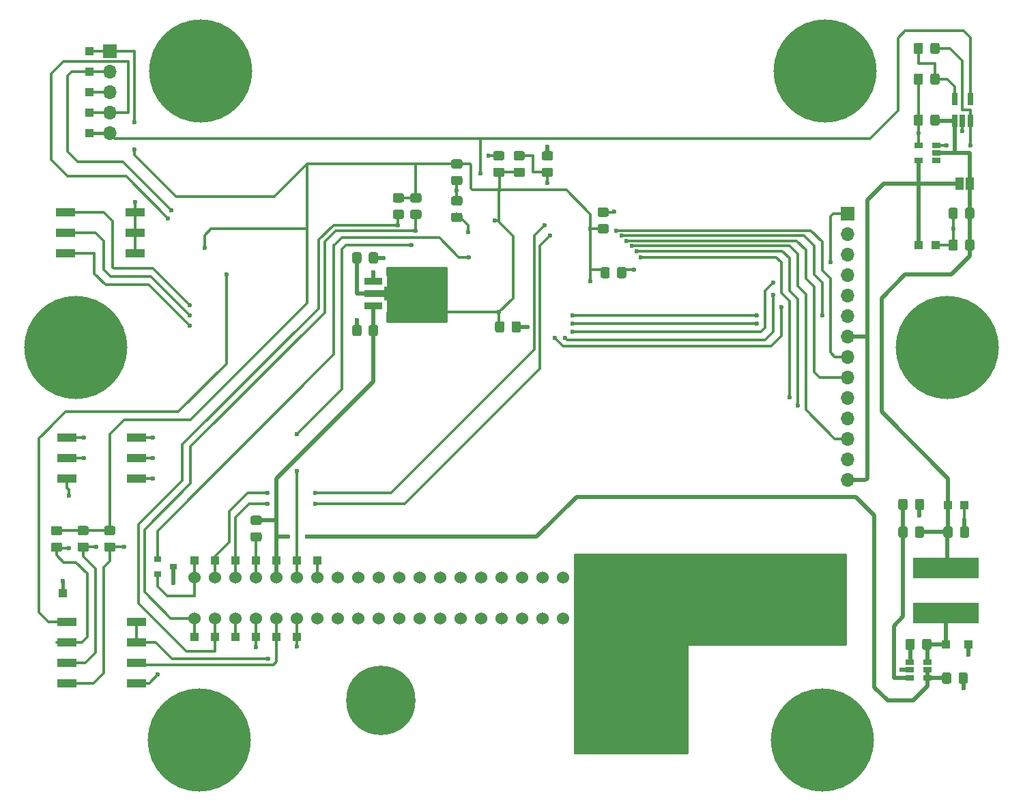
<source format=gbr>
G04 #@! TF.GenerationSoftware,KiCad,Pcbnew,5.1.6-c6e7f7d~86~ubuntu18.04.1*
G04 #@! TF.CreationDate,2020-07-20T00:11:47+01:00*
G04 #@! TF.ProjectId,ServerPSU_Breakout,53657276-6572-4505-9355-5f427265616b,rev?*
G04 #@! TF.SameCoordinates,Original*
G04 #@! TF.FileFunction,Copper,L1,Top*
G04 #@! TF.FilePolarity,Positive*
%FSLAX46Y46*%
G04 Gerber Fmt 4.6, Leading zero omitted, Abs format (unit mm)*
G04 Created by KiCad (PCBNEW 5.1.6-c6e7f7d~86~ubuntu18.04.1) date 2020-07-20 00:11:47*
%MOMM*%
%LPD*%
G01*
G04 APERTURE LIST*
G04 #@! TA.AperFunction,ComponentPad*
%ADD10O,1.700000X1.700000*%
G04 #@! TD*
G04 #@! TA.AperFunction,ComponentPad*
%ADD11R,1.700000X1.700000*%
G04 #@! TD*
G04 #@! TA.AperFunction,ComponentPad*
%ADD12C,12.800000*%
G04 #@! TD*
G04 #@! TA.AperFunction,ComponentPad*
%ADD13C,0.900000*%
G04 #@! TD*
G04 #@! TA.AperFunction,SMDPad,CuDef*
%ADD14R,1.000000X1.000000*%
G04 #@! TD*
G04 #@! TA.AperFunction,SMDPad,CuDef*
%ADD15R,2.440000X1.120000*%
G04 #@! TD*
G04 #@! TA.AperFunction,ComponentPad*
%ADD16C,8.600000*%
G04 #@! TD*
G04 #@! TA.AperFunction,SMDPad,CuDef*
%ADD17R,1.060000X0.650000*%
G04 #@! TD*
G04 #@! TA.AperFunction,SMDPad,CuDef*
%ADD18R,8.200000X2.600000*%
G04 #@! TD*
G04 #@! TA.AperFunction,SMDPad,CuDef*
%ADD19R,1.100000X1.100000*%
G04 #@! TD*
G04 #@! TA.AperFunction,SMDPad,CuDef*
%ADD20R,1.000000X1.500000*%
G04 #@! TD*
G04 #@! TA.AperFunction,SMDPad,CuDef*
%ADD21C,0.100000*%
G04 #@! TD*
G04 #@! TA.AperFunction,SMDPad,CuDef*
%ADD22R,2.300000X0.900000*%
G04 #@! TD*
G04 #@! TA.AperFunction,SMDPad,CuDef*
%ADD23R,0.650000X1.560000*%
G04 #@! TD*
G04 #@! TA.AperFunction,SMDPad,CuDef*
%ADD24R,0.900000X0.800000*%
G04 #@! TD*
G04 #@! TA.AperFunction,ComponentPad*
%ADD25C,1.524000*%
G04 #@! TD*
G04 #@! TA.AperFunction,ViaPad*
%ADD26C,0.600000*%
G04 #@! TD*
G04 #@! TA.AperFunction,Conductor*
%ADD27C,0.300000*%
G04 #@! TD*
G04 #@! TA.AperFunction,Conductor*
%ADD28C,0.500000*%
G04 #@! TD*
G04 #@! TA.AperFunction,Conductor*
%ADD29C,0.400000*%
G04 #@! TD*
G04 #@! TA.AperFunction,Conductor*
%ADD30C,0.254000*%
G04 #@! TD*
G04 APERTURE END LIST*
D10*
X203276200Y-84886800D03*
X203276200Y-102666800D03*
X203276200Y-82346800D03*
X203276200Y-74726800D03*
X203276200Y-97586800D03*
X203276200Y-92506800D03*
X203276200Y-87426800D03*
D11*
X203276200Y-69646800D03*
D10*
X203276200Y-100126800D03*
X203276200Y-72186800D03*
X203276200Y-79806800D03*
X203276200Y-89966800D03*
X203276200Y-95046800D03*
X203276200Y-77266800D03*
D12*
X215646000Y-86233000D03*
D13*
X220446000Y-86233000D03*
X219040113Y-89627113D03*
X215646000Y-91033000D03*
X212251887Y-89627113D03*
X210846000Y-86233000D03*
X212251887Y-82838887D03*
X215646000Y-81433000D03*
X219040113Y-82838887D03*
D12*
X107569000Y-86233000D03*
D13*
X112369000Y-86233000D03*
X110963113Y-89627113D03*
X107569000Y-91033000D03*
X104174887Y-89627113D03*
X102769000Y-86233000D03*
X104174887Y-82838887D03*
X107569000Y-81433000D03*
X110963113Y-82838887D03*
D12*
X122872500Y-134937500D03*
D13*
X127672500Y-134937500D03*
X126266613Y-138331613D03*
X122872500Y-139737500D03*
X119478387Y-138331613D03*
X118072500Y-134937500D03*
X119478387Y-131543387D03*
X122872500Y-130137500D03*
X126266613Y-131543387D03*
D12*
X200152000Y-134937500D03*
D13*
X204952000Y-134937500D03*
X203546113Y-138331613D03*
X200152000Y-139737500D03*
X196757887Y-138331613D03*
X195352000Y-134937500D03*
X196757887Y-131543387D03*
X200152000Y-130137500D03*
X203546113Y-131543387D03*
D12*
X200469500Y-51943000D03*
D13*
X205269500Y-51943000D03*
X203863613Y-55337113D03*
X200469500Y-56743000D03*
X197075387Y-55337113D03*
X195669500Y-51943000D03*
X197075387Y-48548887D03*
X200469500Y-47143000D03*
X203863613Y-48548887D03*
X126457113Y-48548887D03*
X123063000Y-47143000D03*
X119668887Y-48548887D03*
X118263000Y-51943000D03*
X119668887Y-55337113D03*
X123063000Y-56743000D03*
X126457113Y-55337113D03*
X127863000Y-51943000D03*
D12*
X123063000Y-51943000D03*
D14*
X105918000Y-116713000D03*
D15*
X115049000Y-97409000D03*
X106439000Y-102489000D03*
X115049000Y-99949000D03*
X106439000Y-99949000D03*
X115049000Y-102489000D03*
X106439000Y-97409000D03*
X114922000Y-69469000D03*
X106312000Y-74549000D03*
X114922000Y-72009000D03*
X106312000Y-72009000D03*
X114922000Y-74549000D03*
X106312000Y-69469000D03*
X106439000Y-127889000D03*
X115049000Y-120269000D03*
X106439000Y-125349000D03*
X115049000Y-122809000D03*
X106439000Y-122809000D03*
X115049000Y-125349000D03*
X106439000Y-120269000D03*
X115049000Y-127889000D03*
D14*
X109220000Y-57150000D03*
X109220000Y-52070000D03*
X129921000Y-112649000D03*
X127381000Y-112649000D03*
X124841000Y-112649000D03*
X122301000Y-112649000D03*
X135001000Y-112649000D03*
X127381000Y-122110500D03*
X122301000Y-122110500D03*
X124841000Y-122110500D03*
X129921000Y-122110500D03*
X132461000Y-122110500D03*
X135001000Y-122110500D03*
X109220000Y-59690000D03*
X214249000Y-73533000D03*
X212090000Y-73533000D03*
X217805000Y-105791000D03*
X215773000Y-105791000D03*
X132461000Y-112649000D03*
X137541000Y-112649000D03*
G04 #@! TA.AperFunction,SMDPad,CuDef*
G36*
G01*
X130371001Y-108262000D02*
X129470999Y-108262000D01*
G75*
G02*
X129221000Y-108012001I0J249999D01*
G01*
X129221000Y-107361999D01*
G75*
G02*
X129470999Y-107112000I249999J0D01*
G01*
X130371001Y-107112000D01*
G75*
G02*
X130621000Y-107361999I0J-249999D01*
G01*
X130621000Y-108012001D01*
G75*
G02*
X130371001Y-108262000I-249999J0D01*
G01*
G37*
G04 #@! TD.AperFunction*
G04 #@! TA.AperFunction,SMDPad,CuDef*
G36*
G01*
X130371001Y-110312000D02*
X129470999Y-110312000D01*
G75*
G02*
X129221000Y-110062001I0J249999D01*
G01*
X129221000Y-109411999D01*
G75*
G02*
X129470999Y-109162000I249999J0D01*
G01*
X130371001Y-109162000D01*
G75*
G02*
X130621000Y-109411999I0J-249999D01*
G01*
X130621000Y-110062001D01*
G75*
G02*
X130371001Y-110312000I-249999J0D01*
G01*
G37*
G04 #@! TD.AperFunction*
X109220000Y-54610000D03*
X109220000Y-49530000D03*
D13*
X147695419Y-127767581D03*
X145415000Y-126823000D03*
X143134581Y-127767581D03*
X142190000Y-130048000D03*
X143134581Y-132328419D03*
X145415000Y-133273000D03*
X147695419Y-132328419D03*
X148640000Y-130048000D03*
D16*
X145415000Y-130048000D03*
D13*
X178937419Y-127767581D03*
X176657000Y-126823000D03*
X174376581Y-127767581D03*
X173432000Y-130048000D03*
X174376581Y-132328419D03*
X176657000Y-133273000D03*
X178937419Y-132328419D03*
X179882000Y-130048000D03*
D16*
X176657000Y-130048000D03*
D17*
X213240800Y-126238000D03*
X213240800Y-125288000D03*
X213240800Y-127188000D03*
X211040800Y-127188000D03*
X211040800Y-126238000D03*
X211040800Y-125288000D03*
G04 #@! TA.AperFunction,SMDPad,CuDef*
G36*
G01*
X210751000Y-105264799D02*
X210751000Y-106164801D01*
G75*
G02*
X210501001Y-106414800I-249999J0D01*
G01*
X209850999Y-106414800D01*
G75*
G02*
X209601000Y-106164801I0J249999D01*
G01*
X209601000Y-105264799D01*
G75*
G02*
X209850999Y-105014800I249999J0D01*
G01*
X210501001Y-105014800D01*
G75*
G02*
X210751000Y-105264799I0J-249999D01*
G01*
G37*
G04 #@! TD.AperFunction*
G04 #@! TA.AperFunction,SMDPad,CuDef*
G36*
G01*
X212801000Y-105264799D02*
X212801000Y-106164801D01*
G75*
G02*
X212551001Y-106414800I-249999J0D01*
G01*
X211900999Y-106414800D01*
G75*
G02*
X211651000Y-106164801I0J249999D01*
G01*
X211651000Y-105264799D01*
G75*
G02*
X211900999Y-105014800I249999J0D01*
G01*
X212551001Y-105014800D01*
G75*
G02*
X212801000Y-105264799I0J-249999D01*
G01*
G37*
G04 #@! TD.AperFunction*
G04 #@! TA.AperFunction,SMDPad,CuDef*
G36*
G01*
X211651000Y-109593801D02*
X211651000Y-108693799D01*
G75*
G02*
X211900999Y-108443800I249999J0D01*
G01*
X212551001Y-108443800D01*
G75*
G02*
X212801000Y-108693799I0J-249999D01*
G01*
X212801000Y-109593801D01*
G75*
G02*
X212551001Y-109843800I-249999J0D01*
G01*
X211900999Y-109843800D01*
G75*
G02*
X211651000Y-109593801I0J249999D01*
G01*
G37*
G04 #@! TD.AperFunction*
G04 #@! TA.AperFunction,SMDPad,CuDef*
G36*
G01*
X209601000Y-109593801D02*
X209601000Y-108693799D01*
G75*
G02*
X209850999Y-108443800I249999J0D01*
G01*
X210501001Y-108443800D01*
G75*
G02*
X210751000Y-108693799I0J-249999D01*
G01*
X210751000Y-109593801D01*
G75*
G02*
X210501001Y-109843800I-249999J0D01*
G01*
X209850999Y-109843800D01*
G75*
G02*
X209601000Y-109593801I0J249999D01*
G01*
G37*
G04 #@! TD.AperFunction*
G04 #@! TA.AperFunction,SMDPad,CuDef*
G36*
G01*
X104705999Y-110441000D02*
X105606001Y-110441000D01*
G75*
G02*
X105856000Y-110690999I0J-249999D01*
G01*
X105856000Y-111341001D01*
G75*
G02*
X105606001Y-111591000I-249999J0D01*
G01*
X104705999Y-111591000D01*
G75*
G02*
X104456000Y-111341001I0J249999D01*
G01*
X104456000Y-110690999D01*
G75*
G02*
X104705999Y-110441000I249999J0D01*
G01*
G37*
G04 #@! TD.AperFunction*
G04 #@! TA.AperFunction,SMDPad,CuDef*
G36*
G01*
X104705999Y-108391000D02*
X105606001Y-108391000D01*
G75*
G02*
X105856000Y-108640999I0J-249999D01*
G01*
X105856000Y-109291001D01*
G75*
G02*
X105606001Y-109541000I-249999J0D01*
G01*
X104705999Y-109541000D01*
G75*
G02*
X104456000Y-109291001I0J249999D01*
G01*
X104456000Y-108640999D01*
G75*
G02*
X104705999Y-108391000I249999J0D01*
G01*
G37*
G04 #@! TD.AperFunction*
G04 #@! TA.AperFunction,SMDPad,CuDef*
G36*
G01*
X108007999Y-110432000D02*
X108908001Y-110432000D01*
G75*
G02*
X109158000Y-110681999I0J-249999D01*
G01*
X109158000Y-111332001D01*
G75*
G02*
X108908001Y-111582000I-249999J0D01*
G01*
X108007999Y-111582000D01*
G75*
G02*
X107758000Y-111332001I0J249999D01*
G01*
X107758000Y-110681999D01*
G75*
G02*
X108007999Y-110432000I249999J0D01*
G01*
G37*
G04 #@! TD.AperFunction*
G04 #@! TA.AperFunction,SMDPad,CuDef*
G36*
G01*
X108007999Y-108382000D02*
X108908001Y-108382000D01*
G75*
G02*
X109158000Y-108631999I0J-249999D01*
G01*
X109158000Y-109282001D01*
G75*
G02*
X108908001Y-109532000I-249999J0D01*
G01*
X108007999Y-109532000D01*
G75*
G02*
X107758000Y-109282001I0J249999D01*
G01*
X107758000Y-108631999D01*
G75*
G02*
X108007999Y-108382000I249999J0D01*
G01*
G37*
G04 #@! TD.AperFunction*
G04 #@! TA.AperFunction,SMDPad,CuDef*
G36*
G01*
X111309999Y-110432000D02*
X112210001Y-110432000D01*
G75*
G02*
X112460000Y-110681999I0J-249999D01*
G01*
X112460000Y-111332001D01*
G75*
G02*
X112210001Y-111582000I-249999J0D01*
G01*
X111309999Y-111582000D01*
G75*
G02*
X111060000Y-111332001I0J249999D01*
G01*
X111060000Y-110681999D01*
G75*
G02*
X111309999Y-110432000I249999J0D01*
G01*
G37*
G04 #@! TD.AperFunction*
G04 #@! TA.AperFunction,SMDPad,CuDef*
G36*
G01*
X111309999Y-108382000D02*
X112210001Y-108382000D01*
G75*
G02*
X112460000Y-108631999I0J-249999D01*
G01*
X112460000Y-109282001D01*
G75*
G02*
X112210001Y-109532000I-249999J0D01*
G01*
X111309999Y-109532000D01*
G75*
G02*
X111060000Y-109282001I0J249999D01*
G01*
X111060000Y-108631999D01*
G75*
G02*
X111309999Y-108382000I249999J0D01*
G01*
G37*
G04 #@! TD.AperFunction*
D18*
X215519000Y-113582800D03*
X215519000Y-119182800D03*
D10*
X111760000Y-59690000D03*
X111760000Y-57150000D03*
X111760000Y-54610000D03*
X111760000Y-52070000D03*
D11*
X111760000Y-49530000D03*
D19*
X218316000Y-123113800D03*
X215516000Y-123113800D03*
G04 #@! TA.AperFunction,SMDPad,CuDef*
G36*
G01*
X216339000Y-108693799D02*
X216339000Y-109593801D01*
G75*
G02*
X216089001Y-109843800I-249999J0D01*
G01*
X215438999Y-109843800D01*
G75*
G02*
X215189000Y-109593801I0J249999D01*
G01*
X215189000Y-108693799D01*
G75*
G02*
X215438999Y-108443800I249999J0D01*
G01*
X216089001Y-108443800D01*
G75*
G02*
X216339000Y-108693799I0J-249999D01*
G01*
G37*
G04 #@! TD.AperFunction*
G04 #@! TA.AperFunction,SMDPad,CuDef*
G36*
G01*
X218389000Y-108693799D02*
X218389000Y-109593801D01*
G75*
G02*
X218139001Y-109843800I-249999J0D01*
G01*
X217488999Y-109843800D01*
G75*
G02*
X217239000Y-109593801I0J249999D01*
G01*
X217239000Y-108693799D01*
G75*
G02*
X217488999Y-108443800I249999J0D01*
G01*
X218139001Y-108443800D01*
G75*
G02*
X218389000Y-108693799I0J-249999D01*
G01*
G37*
G04 #@! TD.AperFunction*
G04 #@! TA.AperFunction,SMDPad,CuDef*
G36*
G01*
X211640000Y-122612999D02*
X211640000Y-123513001D01*
G75*
G02*
X211390001Y-123763000I-249999J0D01*
G01*
X210739999Y-123763000D01*
G75*
G02*
X210490000Y-123513001I0J249999D01*
G01*
X210490000Y-122612999D01*
G75*
G02*
X210739999Y-122363000I249999J0D01*
G01*
X211390001Y-122363000D01*
G75*
G02*
X211640000Y-122612999I0J-249999D01*
G01*
G37*
G04 #@! TD.AperFunction*
G04 #@! TA.AperFunction,SMDPad,CuDef*
G36*
G01*
X213690000Y-122612999D02*
X213690000Y-123513001D01*
G75*
G02*
X213440001Y-123763000I-249999J0D01*
G01*
X212789999Y-123763000D01*
G75*
G02*
X212540000Y-123513001I0J249999D01*
G01*
X212540000Y-122612999D01*
G75*
G02*
X212789999Y-122363000I249999J0D01*
G01*
X213440001Y-122363000D01*
G75*
G02*
X213690000Y-122612999I0J-249999D01*
G01*
G37*
G04 #@! TD.AperFunction*
G04 #@! TA.AperFunction,SMDPad,CuDef*
G36*
G01*
X217061200Y-127704001D02*
X217061200Y-126803999D01*
G75*
G02*
X217311199Y-126554000I249999J0D01*
G01*
X217961201Y-126554000D01*
G75*
G02*
X218211200Y-126803999I0J-249999D01*
G01*
X218211200Y-127704001D01*
G75*
G02*
X217961201Y-127954000I-249999J0D01*
G01*
X217311199Y-127954000D01*
G75*
G02*
X217061200Y-127704001I0J249999D01*
G01*
G37*
G04 #@! TD.AperFunction*
G04 #@! TA.AperFunction,SMDPad,CuDef*
G36*
G01*
X215011200Y-127704001D02*
X215011200Y-126803999D01*
G75*
G02*
X215261199Y-126554000I249999J0D01*
G01*
X215911201Y-126554000D01*
G75*
G02*
X216161200Y-126803999I0J-249999D01*
G01*
X216161200Y-127704001D01*
G75*
G02*
X215911201Y-127954000I-249999J0D01*
G01*
X215261199Y-127954000D01*
G75*
G02*
X215011200Y-127704001I0J249999D01*
G01*
G37*
G04 #@! TD.AperFunction*
D20*
X218455000Y-65913000D03*
X217155000Y-65913000D03*
G04 #@! TA.AperFunction,SMDPad,CuDef*
D21*
G36*
X149921500Y-80432000D02*
G01*
X145796500Y-80432000D01*
X145796500Y-80015500D01*
X143321500Y-80015500D01*
X143321500Y-79115500D01*
X145796500Y-79115500D01*
X145796500Y-78699000D01*
X149921500Y-78699000D01*
X149921500Y-80432000D01*
G37*
G04 #@! TD.AperFunction*
D22*
X144471500Y-81065500D03*
X144471500Y-78065500D03*
D17*
X212133000Y-63053000D03*
X212133000Y-61153000D03*
X214333000Y-61153000D03*
X214333000Y-62103000D03*
X214333000Y-63053000D03*
D23*
X216601000Y-55419000D03*
X218501000Y-55419000D03*
X218501000Y-58119000D03*
X217551000Y-58119000D03*
X216601000Y-58119000D03*
G04 #@! TA.AperFunction,SMDPad,CuDef*
G36*
G01*
X213556000Y-49599001D02*
X213556000Y-48698999D01*
G75*
G02*
X213805999Y-48449000I249999J0D01*
G01*
X214456001Y-48449000D01*
G75*
G02*
X214706000Y-48698999I0J-249999D01*
G01*
X214706000Y-49599001D01*
G75*
G02*
X214456001Y-49849000I-249999J0D01*
G01*
X213805999Y-49849000D01*
G75*
G02*
X213556000Y-49599001I0J249999D01*
G01*
G37*
G04 #@! TD.AperFunction*
G04 #@! TA.AperFunction,SMDPad,CuDef*
G36*
G01*
X211506000Y-49599001D02*
X211506000Y-48698999D01*
G75*
G02*
X211755999Y-48449000I249999J0D01*
G01*
X212406001Y-48449000D01*
G75*
G02*
X212656000Y-48698999I0J-249999D01*
G01*
X212656000Y-49599001D01*
G75*
G02*
X212406001Y-49849000I-249999J0D01*
G01*
X211755999Y-49849000D01*
G75*
G02*
X211506000Y-49599001I0J249999D01*
G01*
G37*
G04 #@! TD.AperFunction*
G04 #@! TA.AperFunction,SMDPad,CuDef*
G36*
G01*
X216974000Y-69145999D02*
X216974000Y-70046001D01*
G75*
G02*
X216724001Y-70296000I-249999J0D01*
G01*
X216073999Y-70296000D01*
G75*
G02*
X215824000Y-70046001I0J249999D01*
G01*
X215824000Y-69145999D01*
G75*
G02*
X216073999Y-68896000I249999J0D01*
G01*
X216724001Y-68896000D01*
G75*
G02*
X216974000Y-69145999I0J-249999D01*
G01*
G37*
G04 #@! TD.AperFunction*
G04 #@! TA.AperFunction,SMDPad,CuDef*
G36*
G01*
X219024000Y-69145999D02*
X219024000Y-70046001D01*
G75*
G02*
X218774001Y-70296000I-249999J0D01*
G01*
X218123999Y-70296000D01*
G75*
G02*
X217874000Y-70046001I0J249999D01*
G01*
X217874000Y-69145999D01*
G75*
G02*
X218123999Y-68896000I249999J0D01*
G01*
X218774001Y-68896000D01*
G75*
G02*
X219024000Y-69145999I0J-249999D01*
G01*
G37*
G04 #@! TD.AperFunction*
G04 #@! TA.AperFunction,SMDPad,CuDef*
G36*
G01*
X217874000Y-73983001D02*
X217874000Y-73082999D01*
G75*
G02*
X218123999Y-72833000I249999J0D01*
G01*
X218774001Y-72833000D01*
G75*
G02*
X219024000Y-73082999I0J-249999D01*
G01*
X219024000Y-73983001D01*
G75*
G02*
X218774001Y-74233000I-249999J0D01*
G01*
X218123999Y-74233000D01*
G75*
G02*
X217874000Y-73983001I0J249999D01*
G01*
G37*
G04 #@! TD.AperFunction*
G04 #@! TA.AperFunction,SMDPad,CuDef*
G36*
G01*
X215824000Y-73983001D02*
X215824000Y-73082999D01*
G75*
G02*
X216073999Y-72833000I249999J0D01*
G01*
X216724001Y-72833000D01*
G75*
G02*
X216974000Y-73082999I0J-249999D01*
G01*
X216974000Y-73983001D01*
G75*
G02*
X216724001Y-74233000I-249999J0D01*
G01*
X216073999Y-74233000D01*
G75*
G02*
X215824000Y-73983001I0J249999D01*
G01*
G37*
G04 #@! TD.AperFunction*
G04 #@! TA.AperFunction,SMDPad,CuDef*
G36*
G01*
X212656000Y-57588999D02*
X212656000Y-58489001D01*
G75*
G02*
X212406001Y-58739000I-249999J0D01*
G01*
X211755999Y-58739000D01*
G75*
G02*
X211506000Y-58489001I0J249999D01*
G01*
X211506000Y-57588999D01*
G75*
G02*
X211755999Y-57339000I249999J0D01*
G01*
X212406001Y-57339000D01*
G75*
G02*
X212656000Y-57588999I0J-249999D01*
G01*
G37*
G04 #@! TD.AperFunction*
G04 #@! TA.AperFunction,SMDPad,CuDef*
G36*
G01*
X214706000Y-57588999D02*
X214706000Y-58489001D01*
G75*
G02*
X214456001Y-58739000I-249999J0D01*
G01*
X213805999Y-58739000D01*
G75*
G02*
X213556000Y-58489001I0J249999D01*
G01*
X213556000Y-57588999D01*
G75*
G02*
X213805999Y-57339000I249999J0D01*
G01*
X214456001Y-57339000D01*
G75*
G02*
X214706000Y-57588999I0J-249999D01*
G01*
G37*
G04 #@! TD.AperFunction*
G04 #@! TA.AperFunction,SMDPad,CuDef*
G36*
G01*
X143896500Y-75570501D02*
X143896500Y-74670499D01*
G75*
G02*
X144146499Y-74420500I249999J0D01*
G01*
X144796501Y-74420500D01*
G75*
G02*
X145046500Y-74670499I0J-249999D01*
G01*
X145046500Y-75570501D01*
G75*
G02*
X144796501Y-75820500I-249999J0D01*
G01*
X144146499Y-75820500D01*
G75*
G02*
X143896500Y-75570501I0J249999D01*
G01*
G37*
G04 #@! TD.AperFunction*
G04 #@! TA.AperFunction,SMDPad,CuDef*
G36*
G01*
X141846500Y-75570501D02*
X141846500Y-74670499D01*
G75*
G02*
X142096499Y-74420500I249999J0D01*
G01*
X142746501Y-74420500D01*
G75*
G02*
X142996500Y-74670499I0J-249999D01*
G01*
X142996500Y-75570501D01*
G75*
G02*
X142746501Y-75820500I-249999J0D01*
G01*
X142096499Y-75820500D01*
G75*
G02*
X141846500Y-75570501I0J249999D01*
G01*
G37*
G04 #@! TD.AperFunction*
G04 #@! TA.AperFunction,SMDPad,CuDef*
G36*
G01*
X142996500Y-83687499D02*
X142996500Y-84587501D01*
G75*
G02*
X142746501Y-84837500I-249999J0D01*
G01*
X142096499Y-84837500D01*
G75*
G02*
X141846500Y-84587501I0J249999D01*
G01*
X141846500Y-83687499D01*
G75*
G02*
X142096499Y-83437500I249999J0D01*
G01*
X142746501Y-83437500D01*
G75*
G02*
X142996500Y-83687499I0J-249999D01*
G01*
G37*
G04 #@! TD.AperFunction*
G04 #@! TA.AperFunction,SMDPad,CuDef*
G36*
G01*
X145046500Y-83687499D02*
X145046500Y-84587501D01*
G75*
G02*
X144796501Y-84837500I-249999J0D01*
G01*
X144146499Y-84837500D01*
G75*
G02*
X143896500Y-84587501I0J249999D01*
G01*
X143896500Y-83687499D01*
G75*
G02*
X144146499Y-83437500I249999J0D01*
G01*
X144796501Y-83437500D01*
G75*
G02*
X145046500Y-83687499I0J-249999D01*
G01*
G37*
G04 #@! TD.AperFunction*
G04 #@! TA.AperFunction,SMDPad,CuDef*
G36*
G01*
X213556000Y-53409001D02*
X213556000Y-52508999D01*
G75*
G02*
X213805999Y-52259000I249999J0D01*
G01*
X214456001Y-52259000D01*
G75*
G02*
X214706000Y-52508999I0J-249999D01*
G01*
X214706000Y-53409001D01*
G75*
G02*
X214456001Y-53659000I-249999J0D01*
G01*
X213805999Y-53659000D01*
G75*
G02*
X213556000Y-53409001I0J249999D01*
G01*
G37*
G04 #@! TD.AperFunction*
G04 #@! TA.AperFunction,SMDPad,CuDef*
G36*
G01*
X211506000Y-53409001D02*
X211506000Y-52508999D01*
G75*
G02*
X211755999Y-52259000I249999J0D01*
G01*
X212406001Y-52259000D01*
G75*
G02*
X212656000Y-52508999I0J-249999D01*
G01*
X212656000Y-53409001D01*
G75*
G02*
X212406001Y-53659000I-249999J0D01*
G01*
X211755999Y-53659000D01*
G75*
G02*
X211506000Y-53409001I0J249999D01*
G01*
G37*
G04 #@! TD.AperFunction*
G04 #@! TA.AperFunction,SMDPad,CuDef*
G36*
G01*
X173794000Y-76511999D02*
X173794000Y-77412001D01*
G75*
G02*
X173544001Y-77662000I-249999J0D01*
G01*
X172893999Y-77662000D01*
G75*
G02*
X172644000Y-77412001I0J249999D01*
G01*
X172644000Y-76511999D01*
G75*
G02*
X172893999Y-76262000I249999J0D01*
G01*
X173544001Y-76262000D01*
G75*
G02*
X173794000Y-76511999I0J-249999D01*
G01*
G37*
G04 #@! TD.AperFunction*
G04 #@! TA.AperFunction,SMDPad,CuDef*
G36*
G01*
X175844000Y-76511999D02*
X175844000Y-77412001D01*
G75*
G02*
X175594001Y-77662000I-249999J0D01*
G01*
X174943999Y-77662000D01*
G75*
G02*
X174694000Y-77412001I0J249999D01*
G01*
X174694000Y-76511999D01*
G75*
G02*
X174943999Y-76262000I249999J0D01*
G01*
X175594001Y-76262000D01*
G75*
G02*
X175844000Y-76511999I0J-249999D01*
G01*
G37*
G04 #@! TD.AperFunction*
D24*
X119681500Y-113411000D03*
X117681500Y-114361000D03*
X117681500Y-112461000D03*
G04 #@! TA.AperFunction,SMDPad,CuDef*
G36*
G01*
X155263001Y-68638000D02*
X154362999Y-68638000D01*
G75*
G02*
X154113000Y-68388001I0J249999D01*
G01*
X154113000Y-67737999D01*
G75*
G02*
X154362999Y-67488000I249999J0D01*
G01*
X155263001Y-67488000D01*
G75*
G02*
X155513000Y-67737999I0J-249999D01*
G01*
X155513000Y-68388001D01*
G75*
G02*
X155263001Y-68638000I-249999J0D01*
G01*
G37*
G04 #@! TD.AperFunction*
G04 #@! TA.AperFunction,SMDPad,CuDef*
G36*
G01*
X155263001Y-70688000D02*
X154362999Y-70688000D01*
G75*
G02*
X154113000Y-70438001I0J249999D01*
G01*
X154113000Y-69787999D01*
G75*
G02*
X154362999Y-69538000I249999J0D01*
G01*
X155263001Y-69538000D01*
G75*
G02*
X155513000Y-69787999I0J-249999D01*
G01*
X155513000Y-70438001D01*
G75*
G02*
X155263001Y-70688000I-249999J0D01*
G01*
G37*
G04 #@! TD.AperFunction*
G04 #@! TA.AperFunction,SMDPad,CuDef*
G36*
G01*
X147123999Y-69157000D02*
X148024001Y-69157000D01*
G75*
G02*
X148274000Y-69406999I0J-249999D01*
G01*
X148274000Y-70057001D01*
G75*
G02*
X148024001Y-70307000I-249999J0D01*
G01*
X147123999Y-70307000D01*
G75*
G02*
X146874000Y-70057001I0J249999D01*
G01*
X146874000Y-69406999D01*
G75*
G02*
X147123999Y-69157000I249999J0D01*
G01*
G37*
G04 #@! TD.AperFunction*
G04 #@! TA.AperFunction,SMDPad,CuDef*
G36*
G01*
X147123999Y-67107000D02*
X148024001Y-67107000D01*
G75*
G02*
X148274000Y-67356999I0J-249999D01*
G01*
X148274000Y-68007001D01*
G75*
G02*
X148024001Y-68257000I-249999J0D01*
G01*
X147123999Y-68257000D01*
G75*
G02*
X146874000Y-68007001I0J249999D01*
G01*
X146874000Y-67356999D01*
G75*
G02*
X147123999Y-67107000I249999J0D01*
G01*
G37*
G04 #@! TD.AperFunction*
G04 #@! TA.AperFunction,SMDPad,CuDef*
G36*
G01*
X149282999Y-69157000D02*
X150183001Y-69157000D01*
G75*
G02*
X150433000Y-69406999I0J-249999D01*
G01*
X150433000Y-70057001D01*
G75*
G02*
X150183001Y-70307000I-249999J0D01*
G01*
X149282999Y-70307000D01*
G75*
G02*
X149033000Y-70057001I0J249999D01*
G01*
X149033000Y-69406999D01*
G75*
G02*
X149282999Y-69157000I249999J0D01*
G01*
G37*
G04 #@! TD.AperFunction*
G04 #@! TA.AperFunction,SMDPad,CuDef*
G36*
G01*
X149282999Y-67107000D02*
X150183001Y-67107000D01*
G75*
G02*
X150433000Y-67356999I0J-249999D01*
G01*
X150433000Y-68007001D01*
G75*
G02*
X150183001Y-68257000I-249999J0D01*
G01*
X149282999Y-68257000D01*
G75*
G02*
X149033000Y-68007001I0J249999D01*
G01*
X149033000Y-67356999D01*
G75*
G02*
X149282999Y-67107000I249999J0D01*
G01*
G37*
G04 #@! TD.AperFunction*
G04 #@! TA.AperFunction,SMDPad,CuDef*
G36*
G01*
X163010001Y-63050000D02*
X162109999Y-63050000D01*
G75*
G02*
X161860000Y-62800001I0J249999D01*
G01*
X161860000Y-62149999D01*
G75*
G02*
X162109999Y-61900000I249999J0D01*
G01*
X163010001Y-61900000D01*
G75*
G02*
X163260000Y-62149999I0J-249999D01*
G01*
X163260000Y-62800001D01*
G75*
G02*
X163010001Y-63050000I-249999J0D01*
G01*
G37*
G04 #@! TD.AperFunction*
G04 #@! TA.AperFunction,SMDPad,CuDef*
G36*
G01*
X163010001Y-65100000D02*
X162109999Y-65100000D01*
G75*
G02*
X161860000Y-64850001I0J249999D01*
G01*
X161860000Y-64199999D01*
G75*
G02*
X162109999Y-63950000I249999J0D01*
G01*
X163010001Y-63950000D01*
G75*
G02*
X163260000Y-64199999I0J-249999D01*
G01*
X163260000Y-64850001D01*
G75*
G02*
X163010001Y-65100000I-249999J0D01*
G01*
G37*
G04 #@! TD.AperFunction*
D25*
X201041000Y-114744500D03*
X198501000Y-114744500D03*
X195961000Y-114744500D03*
X193421000Y-114744500D03*
X190881000Y-114744500D03*
X188341000Y-114744500D03*
X185801000Y-114744500D03*
X183261000Y-114744500D03*
X180721000Y-114744500D03*
X178181000Y-114744500D03*
X175641000Y-114744500D03*
X173101000Y-114744500D03*
X170561000Y-114744500D03*
X168021000Y-114744500D03*
X165481000Y-114744500D03*
X162941000Y-114744500D03*
X160401000Y-114744500D03*
X157861000Y-114744500D03*
X155321000Y-114744500D03*
X152781000Y-114744500D03*
X150241000Y-114744500D03*
X147701000Y-114744500D03*
X145161000Y-114744500D03*
X142621000Y-114744500D03*
X140081000Y-114744500D03*
X137541000Y-114744500D03*
X135001000Y-114744500D03*
X132461000Y-114744500D03*
X129921000Y-114744500D03*
X127381000Y-114744500D03*
X124841000Y-114744500D03*
X122301000Y-114744500D03*
X124841000Y-119824500D03*
X201041000Y-119824500D03*
X198501000Y-119824500D03*
X195961000Y-119824500D03*
X193421000Y-119824500D03*
X190881000Y-119824500D03*
X188341000Y-119824500D03*
X185801000Y-119824500D03*
X183261000Y-119824500D03*
X180721000Y-119824500D03*
X178181000Y-119824500D03*
X175641000Y-119824500D03*
X173101000Y-119824500D03*
X170561000Y-119824500D03*
X168021000Y-119824500D03*
X165481000Y-119824500D03*
X162941000Y-119824500D03*
X160401000Y-119824500D03*
X157861000Y-119824500D03*
X155321000Y-119824500D03*
X152781000Y-119824500D03*
X150241000Y-119824500D03*
X147701000Y-119824500D03*
X145161000Y-119824500D03*
X142621000Y-119824500D03*
X140081000Y-119824500D03*
X137541000Y-119824500D03*
X135001000Y-119824500D03*
X132461000Y-119824500D03*
X129921000Y-119824500D03*
X127381000Y-119824500D03*
X122301000Y-119824500D03*
G04 #@! TA.AperFunction,SMDPad,CuDef*
G36*
G01*
X159569999Y-63950000D02*
X160470001Y-63950000D01*
G75*
G02*
X160720000Y-64199999I0J-249999D01*
G01*
X160720000Y-64850001D01*
G75*
G02*
X160470001Y-65100000I-249999J0D01*
G01*
X159569999Y-65100000D01*
G75*
G02*
X159320000Y-64850001I0J249999D01*
G01*
X159320000Y-64199999D01*
G75*
G02*
X159569999Y-63950000I249999J0D01*
G01*
G37*
G04 #@! TD.AperFunction*
G04 #@! TA.AperFunction,SMDPad,CuDef*
G36*
G01*
X159569999Y-61900000D02*
X160470001Y-61900000D01*
G75*
G02*
X160720000Y-62149999I0J-249999D01*
G01*
X160720000Y-62800001D01*
G75*
G02*
X160470001Y-63050000I-249999J0D01*
G01*
X159569999Y-63050000D01*
G75*
G02*
X159320000Y-62800001I0J249999D01*
G01*
X159320000Y-62149999D01*
G75*
G02*
X159569999Y-61900000I249999J0D01*
G01*
G37*
G04 #@! TD.AperFunction*
G04 #@! TA.AperFunction,SMDPad,CuDef*
G36*
G01*
X160713000Y-83242999D02*
X160713000Y-84143001D01*
G75*
G02*
X160463001Y-84393000I-249999J0D01*
G01*
X159812999Y-84393000D01*
G75*
G02*
X159563000Y-84143001I0J249999D01*
G01*
X159563000Y-83242999D01*
G75*
G02*
X159812999Y-82993000I249999J0D01*
G01*
X160463001Y-82993000D01*
G75*
G02*
X160713000Y-83242999I0J-249999D01*
G01*
G37*
G04 #@! TD.AperFunction*
G04 #@! TA.AperFunction,SMDPad,CuDef*
G36*
G01*
X162763000Y-83242999D02*
X162763000Y-84143001D01*
G75*
G02*
X162513001Y-84393000I-249999J0D01*
G01*
X161862999Y-84393000D01*
G75*
G02*
X161613000Y-84143001I0J249999D01*
G01*
X161613000Y-83242999D01*
G75*
G02*
X161862999Y-82993000I249999J0D01*
G01*
X162513001Y-82993000D01*
G75*
G02*
X162763000Y-83242999I0J-249999D01*
G01*
G37*
G04 #@! TD.AperFunction*
G04 #@! TA.AperFunction,SMDPad,CuDef*
G36*
G01*
X172523999Y-70935000D02*
X173424001Y-70935000D01*
G75*
G02*
X173674000Y-71184999I0J-249999D01*
G01*
X173674000Y-71835001D01*
G75*
G02*
X173424001Y-72085000I-249999J0D01*
G01*
X172523999Y-72085000D01*
G75*
G02*
X172274000Y-71835001I0J249999D01*
G01*
X172274000Y-71184999D01*
G75*
G02*
X172523999Y-70935000I249999J0D01*
G01*
G37*
G04 #@! TD.AperFunction*
G04 #@! TA.AperFunction,SMDPad,CuDef*
G36*
G01*
X172523999Y-68885000D02*
X173424001Y-68885000D01*
G75*
G02*
X173674000Y-69134999I0J-249999D01*
G01*
X173674000Y-69785001D01*
G75*
G02*
X173424001Y-70035000I-249999J0D01*
G01*
X172523999Y-70035000D01*
G75*
G02*
X172274000Y-69785001I0J249999D01*
G01*
X172274000Y-69134999D01*
G75*
G02*
X172523999Y-68885000I249999J0D01*
G01*
G37*
G04 #@! TD.AperFunction*
G04 #@! TA.AperFunction,SMDPad,CuDef*
G36*
G01*
X165615199Y-63950000D02*
X166515201Y-63950000D01*
G75*
G02*
X166765200Y-64199999I0J-249999D01*
G01*
X166765200Y-64850001D01*
G75*
G02*
X166515201Y-65100000I-249999J0D01*
G01*
X165615199Y-65100000D01*
G75*
G02*
X165365200Y-64850001I0J249999D01*
G01*
X165365200Y-64199999D01*
G75*
G02*
X165615199Y-63950000I249999J0D01*
G01*
G37*
G04 #@! TD.AperFunction*
G04 #@! TA.AperFunction,SMDPad,CuDef*
G36*
G01*
X165615199Y-61900000D02*
X166515201Y-61900000D01*
G75*
G02*
X166765200Y-62149999I0J-249999D01*
G01*
X166765200Y-62800001D01*
G75*
G02*
X166515201Y-63050000I-249999J0D01*
G01*
X165615199Y-63050000D01*
G75*
G02*
X165365200Y-62800001I0J249999D01*
G01*
X165365200Y-62149999D01*
G75*
G02*
X165615199Y-61900000I249999J0D01*
G01*
G37*
G04 #@! TD.AperFunction*
G04 #@! TA.AperFunction,SMDPad,CuDef*
G36*
G01*
X154362999Y-64966000D02*
X155263001Y-64966000D01*
G75*
G02*
X155513000Y-65215999I0J-249999D01*
G01*
X155513000Y-65866001D01*
G75*
G02*
X155263001Y-66116000I-249999J0D01*
G01*
X154362999Y-66116000D01*
G75*
G02*
X154113000Y-65866001I0J249999D01*
G01*
X154113000Y-65215999D01*
G75*
G02*
X154362999Y-64966000I249999J0D01*
G01*
G37*
G04 #@! TD.AperFunction*
G04 #@! TA.AperFunction,SMDPad,CuDef*
G36*
G01*
X154362999Y-62916000D02*
X155263001Y-62916000D01*
G75*
G02*
X155513000Y-63165999I0J-249999D01*
G01*
X155513000Y-63816001D01*
G75*
G02*
X155263001Y-64066000I-249999J0D01*
G01*
X154362999Y-64066000D01*
G75*
G02*
X154113000Y-63816001I0J249999D01*
G01*
X154113000Y-63165999D01*
G75*
G02*
X154362999Y-62916000I249999J0D01*
G01*
G37*
G04 #@! TD.AperFunction*
D26*
X149225000Y-78740000D03*
X147955000Y-78740000D03*
X171424600Y-71546720D03*
X160080000Y-81883560D03*
X160080960Y-66690240D03*
X159511994Y-70535800D03*
X171424600Y-78003400D03*
X147955000Y-77470000D03*
X147955000Y-80645000D03*
X147955000Y-81915000D03*
X149225000Y-77470000D03*
X149225000Y-81915000D03*
X149225000Y-80645000D03*
X150495000Y-77470000D03*
X150495000Y-78740000D03*
X150495000Y-80645000D03*
X150495000Y-81915000D03*
X151765000Y-81915000D03*
X151765000Y-80645000D03*
X151765000Y-78740000D03*
X151765000Y-77470000D03*
X123509000Y-73849000D03*
X114808000Y-58293000D03*
X114808000Y-61722000D03*
X166080000Y-65847400D03*
X176784000Y-76581000D03*
X145732500Y-75120500D03*
X217551000Y-59436000D03*
X163576000Y-83693000D03*
X144462500Y-76898500D03*
X142430500Y-82867500D03*
X119681500Y-115427000D03*
X209981800Y-126238000D03*
X154822000Y-66802000D03*
X166065200Y-61341000D03*
X218313000Y-124333000D03*
X217805000Y-107696000D03*
X212090000Y-59690000D03*
X216408000Y-71501000D03*
X217678000Y-128524000D03*
X158750000Y-62484000D03*
X117094000Y-97409000D03*
X117094000Y-99949000D03*
X117094000Y-102489000D03*
X114935000Y-68199000D03*
X105918000Y-115189000D03*
X174307500Y-69405500D03*
X212217000Y-107061000D03*
X149225000Y-73533000D03*
X135001000Y-101600000D03*
X135001000Y-97028000D03*
X133858000Y-109728000D03*
X136271000Y-109728000D03*
X131318000Y-105664000D03*
X137287000Y-105664000D03*
X166370000Y-72390000D03*
X131318000Y-104267000D03*
X137287000Y-104267000D03*
X165735000Y-71120000D03*
X147510500Y-71056500D03*
X135001000Y-123317000D03*
X131445000Y-124841000D03*
X129921000Y-123380500D03*
X117697250Y-126841250D03*
X149733000Y-71755000D03*
X156210000Y-71945500D03*
X156349000Y-75045000D03*
X119380000Y-69215000D03*
X118999000Y-70231000D03*
X177685000Y-75045000D03*
X196088000Y-92456000D03*
X177165000Y-74295000D03*
X197104000Y-93472000D03*
X176530000Y-73660000D03*
X175895000Y-73025000D03*
X175260000Y-72390000D03*
X200152000Y-82296000D03*
X174625000Y-71755000D03*
X157734000Y-64643000D03*
X167005000Y-85090000D03*
X201168000Y-75692000D03*
X195072000Y-81280000D03*
X169164000Y-84328000D03*
X194056000Y-78232000D03*
X168275000Y-85090000D03*
X194056000Y-79756000D03*
X169164000Y-82296000D03*
X192024000Y-82296000D03*
X169164000Y-83312000D03*
X192024000Y-83312000D03*
X215585000Y-61153000D03*
X218501000Y-61153000D03*
X108585000Y-97409000D03*
X113529000Y-111007000D03*
X108585000Y-99949000D03*
X110100000Y-111007000D03*
X106680000Y-104648000D03*
X106671000Y-111134000D03*
X126238000Y-77216000D03*
X121666000Y-83566000D03*
X121666000Y-82296000D03*
X121666000Y-81026000D03*
D27*
X172756720Y-71546720D02*
X172965000Y-71755000D01*
X160080000Y-83370000D02*
X160020000Y-83430000D01*
X160080960Y-64585960D02*
X160020000Y-64525000D01*
X171424600Y-71546720D02*
X172756720Y-71546720D01*
X160080000Y-81883560D02*
X160080000Y-83370000D01*
X160080000Y-66691200D02*
X160080960Y-66690240D01*
X160080960Y-66690240D02*
X168417240Y-66690240D01*
X171424600Y-69697600D02*
X171424600Y-71546720D01*
X168417240Y-66690240D02*
X171424600Y-69697600D01*
X160070800Y-69697600D02*
X160070800Y-66690240D01*
X160070800Y-66700400D02*
X160080960Y-66690240D01*
X160020000Y-70535800D02*
X159511994Y-70535800D01*
X160070800Y-70586600D02*
X160020000Y-70535800D01*
X160070800Y-68707000D02*
X160070800Y-66700400D01*
X160070800Y-70662800D02*
X160070800Y-68707000D01*
X161848800Y-72440800D02*
X160070800Y-70662800D01*
X161848800Y-80114760D02*
X161848800Y-72440800D01*
X160080000Y-81883560D02*
X161848800Y-80114760D01*
X171424600Y-71970984D02*
X171424600Y-78003400D01*
X171424600Y-71546720D02*
X171424600Y-71970984D01*
D28*
X172974000Y-71383000D02*
X173092000Y-71501000D01*
X142421500Y-76889500D02*
X142421500Y-75120500D01*
X142430500Y-76898500D02*
X142421500Y-76889500D01*
X142430500Y-79565500D02*
X144559000Y-79565500D01*
X142421500Y-75120500D02*
X142430500Y-75129500D01*
X142430500Y-75129500D02*
X142430500Y-79565500D01*
D27*
X160020000Y-64525000D02*
X162560000Y-64525000D01*
X171424600Y-76555600D02*
X171424600Y-78003400D01*
X173219000Y-76581000D02*
X173193600Y-76555600D01*
X173193600Y-76555600D02*
X171424600Y-76555600D01*
X153416000Y-81883560D02*
X160080000Y-81883560D01*
X144559000Y-79565500D02*
X153416000Y-79565500D01*
X153416000Y-79565500D02*
X153416000Y-81883560D01*
X160080960Y-66690240D02*
X160080960Y-64585960D01*
X147574000Y-67682000D02*
X149733000Y-67682000D01*
X154423000Y-63500000D02*
X154813000Y-63110000D01*
X149733000Y-67682000D02*
X149733000Y-63500000D01*
X136280000Y-63500000D02*
X149733000Y-63500000D01*
X149733000Y-63500000D02*
X154423000Y-63500000D01*
X156455000Y-63491000D02*
X154813000Y-63491000D01*
X156591000Y-63627000D02*
X156455000Y-63491000D01*
X156591000Y-66548000D02*
X156591000Y-63627000D01*
X160080960Y-66690240D02*
X156733240Y-66690240D01*
X156733240Y-66690240D02*
X156591000Y-66548000D01*
X105156000Y-108966000D02*
X111751000Y-108966000D01*
X136280000Y-71510000D02*
X136280000Y-63500000D01*
X114808000Y-49530000D02*
X109220000Y-49530000D01*
X114808000Y-58293000D02*
X114808000Y-49530000D01*
X123509000Y-73849000D02*
X123509000Y-72325000D01*
X124324000Y-71510000D02*
X136280000Y-71510000D01*
X123509000Y-72325000D02*
X124324000Y-71510000D01*
X121793000Y-95250000D02*
X136280000Y-80763000D01*
X113538000Y-95250000D02*
X121793000Y-95250000D01*
X111760000Y-108957000D02*
X111760000Y-97028000D01*
X136280000Y-80763000D02*
X136280000Y-71510000D01*
X111760000Y-97028000D02*
X113538000Y-95250000D01*
X120015000Y-67564000D02*
X132216000Y-67564000D01*
X132216000Y-67564000D02*
X136280000Y-63500000D01*
X114808000Y-62357000D02*
X120015000Y-67564000D01*
X114808000Y-61722000D02*
X114808000Y-62357000D01*
X162560000Y-62475000D02*
X162569000Y-62484000D01*
X166065200Y-64525000D02*
X166065200Y-64516000D01*
X166080000Y-64539800D02*
X166065200Y-64525000D01*
X166080000Y-65847400D02*
X166080000Y-64539800D01*
X162560000Y-62475000D02*
X164278200Y-62475000D01*
X164278200Y-62475000D02*
X164261800Y-62491400D01*
X164261800Y-62491400D02*
X164261800Y-64516000D01*
X166056200Y-64516000D02*
X166065200Y-64525000D01*
X164261800Y-64516000D02*
X166056200Y-64516000D01*
X176784000Y-76581000D02*
X175269000Y-76581000D01*
D28*
X144471500Y-75120500D02*
X145732500Y-75120500D01*
D27*
X217551000Y-58119000D02*
X217551000Y-59436000D01*
D28*
X162188000Y-83693000D02*
X163576000Y-83693000D01*
X144471500Y-76907500D02*
X144462500Y-76898500D01*
X144471500Y-78065500D02*
X144471500Y-76907500D01*
X142421500Y-84146500D02*
X142430500Y-84137500D01*
X142421500Y-84137500D02*
X142421500Y-82876500D01*
X119681500Y-113411000D02*
X119681500Y-115427000D01*
X211040800Y-126238000D02*
X209981800Y-126238000D01*
D27*
X154822000Y-67564000D02*
X154822000Y-66366500D01*
X154822000Y-66366500D02*
X154822000Y-65169000D01*
D28*
X166065200Y-62475000D02*
X166065200Y-61341000D01*
X218316000Y-124330000D02*
X218313000Y-124333000D01*
X218316000Y-123113800D02*
X218316000Y-124330000D01*
X217814000Y-107705000D02*
X217805000Y-107696000D01*
X217814000Y-109143800D02*
X217814000Y-107705000D01*
D27*
X212081000Y-59681000D02*
X212081000Y-56769000D01*
X212090000Y-59690000D02*
X212081000Y-59681000D01*
X212090000Y-61110000D02*
X212090000Y-59690000D01*
X212133000Y-61153000D02*
X212090000Y-61110000D01*
X212081000Y-52959000D02*
X212081000Y-58039000D01*
X216399000Y-71510000D02*
X216408000Y-71501000D01*
X216399000Y-71510000D02*
X216399000Y-69596000D01*
X216399000Y-73533000D02*
X216399000Y-71510000D01*
D28*
X217678000Y-127118000D02*
X217636200Y-127076200D01*
X217678000Y-128524000D02*
X217678000Y-127118000D01*
D27*
X158759000Y-62475000D02*
X160020000Y-62475000D01*
X158750000Y-62484000D02*
X158759000Y-62475000D01*
X217805000Y-105791000D02*
X217805000Y-107696000D01*
X214249000Y-73533000D02*
X216399000Y-73533000D01*
X109220000Y-54610000D02*
X111760000Y-54610000D01*
X115049000Y-97409000D02*
X117094000Y-97409000D01*
X115049000Y-99949000D02*
X117094000Y-99949000D01*
X115049000Y-102489000D02*
X117094000Y-102489000D01*
X114922000Y-69469000D02*
X114922000Y-74549000D01*
X114922000Y-72009000D02*
X114922000Y-68212000D01*
D29*
X105918000Y-116713000D02*
X105918000Y-115189000D01*
D27*
X174253000Y-69460000D02*
X174307500Y-69405500D01*
X172974000Y-69460000D02*
X174253000Y-69460000D01*
X127381000Y-122110500D02*
X127381000Y-119824500D01*
X137541000Y-112649000D02*
X137541000Y-114744500D01*
D28*
X212217000Y-105723800D02*
X212226000Y-105714800D01*
X212217000Y-107061000D02*
X212217000Y-105723800D01*
D27*
X135001000Y-112649000D02*
X135001000Y-114744500D01*
X135001000Y-101600000D02*
X135001000Y-112649000D01*
D28*
X144470100Y-81064100D02*
X144471500Y-81065500D01*
X144471500Y-84137500D02*
X144471500Y-81065500D01*
X213240800Y-127188000D02*
X213240800Y-126365000D01*
X215586200Y-127254000D02*
X213306800Y-127254000D01*
X132461000Y-112649000D02*
X132461000Y-114744500D01*
D27*
X132325000Y-107687000D02*
X132461000Y-107823000D01*
D28*
X129921000Y-107687000D02*
X132325000Y-107687000D01*
X132461000Y-103759000D02*
X132461000Y-107823000D01*
X132461000Y-102489000D02*
X132461000Y-103759000D01*
X144471500Y-84137500D02*
X144471500Y-90478500D01*
X144471500Y-90478500D02*
X132461000Y-102489000D01*
D27*
X129921000Y-112649000D02*
X129921000Y-114744500D01*
X129921000Y-109737000D02*
X129921000Y-112649000D01*
X127381000Y-112649000D02*
X127381000Y-114744500D01*
X124841000Y-112649000D02*
X124841000Y-114744500D01*
D28*
X117665500Y-114377000D02*
X117681500Y-114361000D01*
D27*
X141097000Y-73533000D02*
X149225000Y-73533000D01*
X140589000Y-74041000D02*
X141097000Y-73533000D01*
X135001000Y-97028000D02*
X140589000Y-91440000D01*
X140589000Y-91440000D02*
X140589000Y-74041000D01*
D28*
X132461000Y-109728000D02*
X133858000Y-109728000D01*
X132461000Y-109728000D02*
X132461000Y-112649000D01*
X132461000Y-107823000D02*
X132461000Y-109728000D01*
X211455000Y-130048000D02*
X213240800Y-128262200D01*
X208280000Y-130048000D02*
X211455000Y-130048000D01*
X164719000Y-109728000D02*
X169672000Y-104775000D01*
X136271000Y-109728000D02*
X164719000Y-109728000D01*
X204343000Y-104775000D02*
X206629000Y-107061000D01*
X206629000Y-107061000D02*
X206629000Y-128397000D01*
X213240800Y-128262200D02*
X213240800Y-127188000D01*
X169672000Y-104775000D02*
X204343000Y-104775000D01*
X206629000Y-128397000D02*
X208280000Y-130048000D01*
D27*
X127381000Y-112649000D02*
X127381000Y-107315000D01*
X127381000Y-107315000D02*
X129032000Y-105664000D01*
X129032000Y-105664000D02*
X131318000Y-105664000D01*
X148336000Y-105664000D02*
X137287000Y-105664000D01*
X165100000Y-88900000D02*
X148336000Y-105664000D01*
X166370000Y-72390000D02*
X165100000Y-73660000D01*
X165100000Y-73660000D02*
X165100000Y-88900000D01*
X124841000Y-112649000D02*
X124841000Y-112141000D01*
X124841000Y-112141000D02*
X126619000Y-110363000D01*
X126619000Y-110363000D02*
X126619000Y-106553000D01*
X126619000Y-106553000D02*
X128905000Y-104267000D01*
X128905000Y-104267000D02*
X131318000Y-104267000D01*
X146685000Y-104267000D02*
X137287000Y-104267000D01*
X164465000Y-86487000D02*
X146685000Y-104267000D01*
X165735000Y-71120000D02*
X164465000Y-72390000D01*
X164465000Y-72390000D02*
X164465000Y-86487000D01*
X122301000Y-112649000D02*
X122301000Y-114744500D01*
X118872000Y-117094000D02*
X122301000Y-117094000D01*
X117681500Y-114361000D02*
X117681500Y-115903500D01*
X122301000Y-117094000D02*
X122301000Y-114744500D01*
X117681500Y-115903500D02*
X118872000Y-117094000D01*
X147510500Y-69795500D02*
X147574000Y-69732000D01*
X147510500Y-71056500D02*
X147510500Y-69795500D01*
X124841000Y-119824500D02*
X124841000Y-122110500D01*
X137668000Y-72898000D02*
X139509500Y-71056500D01*
X120777000Y-98298000D02*
X137668000Y-81407000D01*
X124841000Y-123952000D02*
X121285000Y-123952000D01*
X139509500Y-71056500D02*
X147510500Y-71056500D01*
X121285000Y-123952000D02*
X115316000Y-117983000D01*
X115316000Y-117983000D02*
X115316000Y-108204000D01*
X137668000Y-81407000D02*
X137668000Y-72898000D01*
X124841000Y-122110500D02*
X124841000Y-123952000D01*
X115316000Y-108204000D02*
X120777000Y-102743000D01*
X120777000Y-102743000D02*
X120777000Y-98298000D01*
X115062000Y-122809000D02*
X115062000Y-120269000D01*
X135001000Y-123317000D02*
X135001000Y-119824500D01*
X117475000Y-122809000D02*
X115049000Y-122809000D01*
X119507000Y-124841000D02*
X117475000Y-122809000D01*
X131445000Y-124841000D02*
X119507000Y-124841000D01*
X132461000Y-122110500D02*
X132461000Y-119824500D01*
X132461000Y-125222000D02*
X132461000Y-122110500D01*
X132080000Y-125603000D02*
X132461000Y-125222000D01*
X115049000Y-125349000D02*
X115303000Y-125603000D01*
X115303000Y-125603000D02*
X132080000Y-125603000D01*
X129921000Y-123380500D02*
X129921000Y-119824500D01*
X117697250Y-126841250D02*
X116649500Y-127889000D01*
X116649500Y-127889000D02*
X116586000Y-127889000D01*
X116586000Y-127889000D02*
X115049000Y-127889000D01*
X149733000Y-71755000D02*
X149733000Y-69732000D01*
X122301000Y-119824500D02*
X122301000Y-122110500D01*
X139827000Y-71755000D02*
X149733000Y-71755000D01*
X138430000Y-73152000D02*
X139827000Y-71755000D01*
X138430000Y-81915000D02*
X138430000Y-73152000D01*
X119316500Y-119824500D02*
X116078000Y-116586000D01*
X122301000Y-119824500D02*
X119316500Y-119824500D01*
X116078000Y-116586000D02*
X116078000Y-108839000D01*
X121793000Y-103124000D02*
X121793000Y-98552000D01*
X116078000Y-108839000D02*
X121793000Y-103124000D01*
X121793000Y-98552000D02*
X138430000Y-81915000D01*
X156210000Y-71945500D02*
X156210000Y-71065500D01*
X156210000Y-71065500D02*
X154813000Y-69668500D01*
X156349000Y-75045000D02*
X155055000Y-75045000D01*
X155055000Y-75045000D02*
X152654000Y-72644000D01*
X111760000Y-52070000D02*
X109220000Y-52070000D01*
X107061000Y-52070000D02*
X109220000Y-52070000D01*
X106553000Y-52578000D02*
X107061000Y-52070000D01*
X106553000Y-61976000D02*
X106553000Y-52578000D01*
X107823000Y-63246000D02*
X106553000Y-61976000D01*
X119380000Y-69215000D02*
X113411000Y-63246000D01*
X113411000Y-63246000D02*
X107823000Y-63246000D01*
X111760000Y-57150000D02*
X109220000Y-57150000D01*
X114046000Y-57150000D02*
X111760000Y-57150000D01*
X113792000Y-65024000D02*
X106553000Y-65024000D01*
X118999000Y-70231000D02*
X113792000Y-65024000D01*
X104521000Y-62992000D02*
X104521000Y-52324000D01*
X106553000Y-65024000D02*
X104521000Y-62992000D01*
X114046000Y-50800000D02*
X114046000Y-57150000D01*
X104521000Y-52324000D02*
X106045000Y-50800000D01*
X106045000Y-50800000D02*
X114046000Y-50800000D01*
X194425000Y-75045000D02*
X177685000Y-75045000D01*
X195072000Y-75692000D02*
X194425000Y-75045000D01*
X196088000Y-92456000D02*
X196088000Y-80518000D01*
X195072000Y-79502000D02*
X195072000Y-75692000D01*
X196088000Y-80518000D02*
X195072000Y-79502000D01*
X195199000Y-74295000D02*
X177165000Y-74295000D01*
X196088000Y-79248000D02*
X196088000Y-75184000D01*
X197104000Y-93472000D02*
X197104000Y-80264000D01*
X196088000Y-75184000D02*
X195199000Y-74295000D01*
X197104000Y-80264000D02*
X196088000Y-79248000D01*
X196088000Y-73660000D02*
X197104000Y-74676000D01*
X176530000Y-73660000D02*
X196088000Y-73660000D01*
X197104000Y-74676000D02*
X197104000Y-78613000D01*
X201726800Y-97586800D02*
X203276200Y-97586800D01*
X197104000Y-78613000D02*
X198120000Y-79629000D01*
X198120000Y-79629000D02*
X198120000Y-93980000D01*
X198120000Y-93980000D02*
X201726800Y-97586800D01*
X199821800Y-89966800D02*
X203276200Y-89966800D01*
X196977000Y-73025000D02*
X198120000Y-74168000D01*
X175895000Y-73025000D02*
X196977000Y-73025000D01*
X198120000Y-74168000D02*
X198120000Y-77724000D01*
X198120000Y-77724000D02*
X199136000Y-78740000D01*
X199136000Y-78740000D02*
X199136000Y-89281000D01*
X199136000Y-89281000D02*
X199821800Y-89966800D01*
X197866000Y-72390000D02*
X175260000Y-72390000D01*
X199136000Y-77216000D02*
X199136000Y-73660000D01*
X200152000Y-82296000D02*
X200152000Y-78232000D01*
X199136000Y-73660000D02*
X197866000Y-72390000D01*
X200152000Y-78232000D02*
X199136000Y-77216000D01*
X198755000Y-71755000D02*
X200152000Y-73152000D01*
X201726800Y-87426800D02*
X203276200Y-87426800D01*
X201168000Y-77724000D02*
X201168000Y-86868000D01*
X174625000Y-71755000D02*
X198755000Y-71755000D01*
X200152000Y-76708000D02*
X201168000Y-77724000D01*
X200152000Y-73152000D02*
X200152000Y-76708000D01*
X201168000Y-86868000D02*
X201726800Y-87426800D01*
D29*
X109220000Y-59690000D02*
X111760000Y-59690000D01*
D27*
X157734000Y-60325000D02*
X157734000Y-64643000D01*
X218501000Y-47813000D02*
X217678000Y-46990000D01*
X218501000Y-55419000D02*
X218501000Y-47813000D01*
X217678000Y-46990000D02*
X210439000Y-46990000D01*
X112395000Y-60325000D02*
X111760000Y-59690000D01*
X157734000Y-60325000D02*
X112395000Y-60325000D01*
X209550000Y-56896000D02*
X206121000Y-60325000D01*
X210439000Y-46990000D02*
X209550000Y-47879000D01*
X206121000Y-60325000D02*
X157734000Y-60325000D01*
X209550000Y-47879000D02*
X209550000Y-56896000D01*
X214211000Y-52879000D02*
X214131000Y-52959000D01*
X212081000Y-51054000D02*
X214131000Y-51054000D01*
X214131000Y-51054000D02*
X214131000Y-52959000D01*
X212081000Y-51054000D02*
X212081000Y-49149000D01*
X215646000Y-52959000D02*
X214131000Y-52959000D01*
X216601000Y-55419000D02*
X216601000Y-53914000D01*
X216601000Y-53914000D02*
X215646000Y-52959000D01*
D28*
X214211000Y-58119000D02*
X214131000Y-58039000D01*
X216601000Y-58119000D02*
X214211000Y-58119000D01*
X218455000Y-69463000D02*
X218449000Y-69469000D01*
X218440000Y-65293000D02*
X218455000Y-65278000D01*
D27*
X215534000Y-113597800D02*
X215519000Y-113582800D01*
X215773000Y-109143800D02*
X215773000Y-109134800D01*
X215646000Y-109261800D02*
X215764000Y-109143800D01*
D28*
X215773000Y-109134800D02*
X215764000Y-109143800D01*
X212226000Y-109143800D02*
X215637000Y-109143800D01*
X215646000Y-113591800D02*
X215646000Y-109261800D01*
X216601000Y-58119000D02*
X216601000Y-62103000D01*
X216601000Y-62103000D02*
X214333000Y-62103000D01*
X216601000Y-62103000D02*
X218440000Y-62103000D01*
X218440000Y-65263000D02*
X218455000Y-65278000D01*
X218440000Y-62103000D02*
X218440000Y-65263000D01*
X218455000Y-69590000D02*
X218449000Y-69596000D01*
X218455000Y-65278000D02*
X218455000Y-69590000D01*
X218449000Y-69596000D02*
X218449000Y-73533000D01*
X218449000Y-74921000D02*
X218449000Y-73533000D01*
X215764000Y-102480000D02*
X207518000Y-94234000D01*
X215764000Y-109143800D02*
X215764000Y-102480000D01*
X207518000Y-94234000D02*
X207518000Y-80137000D01*
X207518000Y-80137000D02*
X210439000Y-77216000D01*
X210439000Y-77216000D02*
X216154000Y-77216000D01*
X216154000Y-77216000D02*
X218449000Y-74921000D01*
D27*
X201498200Y-69646800D02*
X203276200Y-69646800D01*
X201168000Y-69977000D02*
X201498200Y-69646800D01*
X201168000Y-75692000D02*
X201168000Y-69977000D01*
X168021000Y-86106000D02*
X167005000Y-85090000D01*
X195072000Y-81280000D02*
X195072000Y-84836000D01*
X193802000Y-86106000D02*
X168021000Y-86106000D01*
X195072000Y-84836000D02*
X193802000Y-86106000D01*
X192532000Y-84328000D02*
X169164000Y-84328000D01*
X194056000Y-78232000D02*
X193040000Y-79248000D01*
X193040000Y-83820000D02*
X192532000Y-84328000D01*
X193040000Y-79248000D02*
X193040000Y-83820000D01*
X168529000Y-85344000D02*
X168275000Y-85090000D01*
X193040000Y-85344000D02*
X168529000Y-85344000D01*
X194056000Y-79756000D02*
X194056000Y-84328000D01*
X194056000Y-84328000D02*
X193040000Y-85344000D01*
X169164000Y-82296000D02*
X192024000Y-82296000D01*
X192024000Y-83312000D02*
X169164000Y-83312000D01*
D28*
X212133000Y-65913000D02*
X212133000Y-63053000D01*
X217155000Y-65913000D02*
X212133000Y-65913000D01*
X205740000Y-85090000D02*
X205536800Y-84886800D01*
X205740000Y-102463600D02*
X205740000Y-85090000D01*
X205536800Y-84886800D02*
X203276200Y-84886800D01*
X203276200Y-102666800D02*
X205536800Y-102666800D01*
X205536800Y-102666800D02*
X205740000Y-102463600D01*
X207772000Y-65913000D02*
X213149000Y-65913000D01*
X205740000Y-85090000D02*
X205740000Y-67945000D01*
X205740000Y-67945000D02*
X207772000Y-65913000D01*
X212133000Y-73449000D02*
X212217000Y-73533000D01*
X212133000Y-65913000D02*
X212133000Y-73449000D01*
X117681500Y-112461000D02*
X117615500Y-112395000D01*
D27*
X139573000Y-73660000D02*
X139573000Y-73533000D01*
X139573000Y-73660000D02*
X140589000Y-72644000D01*
X140589000Y-72644000D02*
X152654000Y-72644000D01*
X139573000Y-87122000D02*
X139573000Y-73660000D01*
X117681500Y-112461000D02*
X117681500Y-109013500D01*
X117681500Y-109013500D02*
X139573000Y-87122000D01*
X215585000Y-61153000D02*
X214333000Y-61153000D01*
X218501000Y-61153000D02*
X218501000Y-58119000D01*
X216027000Y-49149000D02*
X214131000Y-49149000D01*
X217551000Y-50673000D02*
X216027000Y-49149000D01*
X217551000Y-56769000D02*
X217551000Y-50673000D01*
X218501000Y-58119000D02*
X218501000Y-56769000D01*
X218501000Y-56769000D02*
X217551000Y-56769000D01*
D28*
X211065000Y-125263800D02*
X211040800Y-125288000D01*
X211065000Y-123063000D02*
X211065000Y-125263800D01*
D27*
X212422000Y-118244800D02*
X212465000Y-118287800D01*
X212474000Y-118278800D02*
X212465000Y-118287800D01*
X215528000Y-118284800D02*
X215519000Y-118293800D01*
X215519000Y-123110800D02*
X215516000Y-123113800D01*
D28*
X213240800Y-123064200D02*
X213240800Y-125288000D01*
X215465200Y-123063000D02*
X215516000Y-123113800D01*
X213115000Y-123063000D02*
X215465200Y-123063000D01*
X215519000Y-119182800D02*
X215519000Y-123110800D01*
D27*
X210142000Y-105748800D02*
X210176000Y-105714800D01*
D28*
X209042000Y-120777000D02*
X209042000Y-127254000D01*
X210176000Y-109143800D02*
X210176000Y-119643000D01*
X210176000Y-119643000D02*
X209042000Y-120777000D01*
X210974800Y-127254000D02*
X211040800Y-127188000D01*
X209042000Y-127254000D02*
X210974800Y-127254000D01*
X210176000Y-109143800D02*
X210176000Y-105714800D01*
D27*
X108585000Y-97409000D02*
X106439000Y-97409000D01*
X111760000Y-111007000D02*
X113529000Y-111007000D01*
X109728000Y-127889000D02*
X106439000Y-127889000D01*
X110998000Y-126619000D02*
X109728000Y-127889000D01*
X110998000Y-113538000D02*
X110998000Y-126619000D01*
X111760000Y-111007000D02*
X111760000Y-112776000D01*
X111760000Y-112776000D02*
X110998000Y-113538000D01*
X108585000Y-99949000D02*
X106439000Y-99949000D01*
X108458000Y-111007000D02*
X110100000Y-111007000D01*
X109982000Y-124079000D02*
X109982000Y-113665000D01*
X106439000Y-125349000D02*
X108712000Y-125349000D01*
X108458000Y-112141000D02*
X108458000Y-111007000D01*
X109982000Y-113665000D02*
X108458000Y-112141000D01*
X108712000Y-125349000D02*
X109982000Y-124079000D01*
X105169000Y-122809000D02*
X107442000Y-122809000D01*
X106439000Y-103645000D02*
X106439000Y-102489000D01*
X106680000Y-103886000D02*
X106439000Y-103645000D01*
X106680000Y-104648000D02*
X106680000Y-103886000D01*
X105156000Y-111134000D02*
X106671000Y-111134000D01*
X105156000Y-112014000D02*
X105156000Y-111016000D01*
X108331000Y-122809000D02*
X108966000Y-122174000D01*
X106439000Y-122809000D02*
X108331000Y-122809000D01*
X107569000Y-112903000D02*
X106045000Y-112903000D01*
X106045000Y-112903000D02*
X105156000Y-112014000D01*
X108966000Y-122174000D02*
X108966000Y-114300000D01*
X108966000Y-114300000D02*
X107569000Y-112903000D01*
X102997000Y-97536000D02*
X104457500Y-96075500D01*
X102997000Y-119126000D02*
X102997000Y-97536000D01*
X106439000Y-120269000D02*
X104140000Y-120269000D01*
X104140000Y-120269000D02*
X102997000Y-119126000D01*
X126238000Y-88265000D02*
X126238000Y-77216000D01*
X120269000Y-94234000D02*
X126238000Y-88265000D01*
X104267000Y-96266000D02*
X106299000Y-94234000D01*
X106299000Y-94234000D02*
X120269000Y-94234000D01*
X116586000Y-78486000D02*
X121666000Y-83566000D01*
X106312000Y-74549000D02*
X109855000Y-74549000D01*
X111252000Y-78486000D02*
X116586000Y-78486000D01*
X109855000Y-77089000D02*
X111252000Y-78486000D01*
X109855000Y-74549000D02*
X109855000Y-77089000D01*
X116840000Y-77470000D02*
X121666000Y-82296000D01*
X111887000Y-77470000D02*
X116840000Y-77470000D01*
X110998000Y-76581000D02*
X111887000Y-77470000D01*
X110998000Y-73025000D02*
X110998000Y-76581000D01*
X106312000Y-72009000D02*
X109982000Y-72009000D01*
X109982000Y-72009000D02*
X110998000Y-73025000D01*
X110998000Y-69469000D02*
X112141000Y-70612000D01*
X112141000Y-70612000D02*
X112141000Y-76327000D01*
X112141000Y-76327000D02*
X112268000Y-76454000D01*
X118618000Y-77978000D02*
X121666000Y-81026000D01*
X117094000Y-76454000D02*
X118618000Y-77978000D01*
X106312000Y-69469000D02*
X110998000Y-69469000D01*
X112268000Y-76454000D02*
X117094000Y-76454000D01*
D30*
G36*
X153543000Y-83058000D02*
G01*
X146177000Y-83058000D01*
X146177000Y-81823292D01*
X146211002Y-81759680D01*
X146247312Y-81639982D01*
X146259572Y-81515500D01*
X146259572Y-80615500D01*
X146247312Y-80491018D01*
X146211002Y-80371320D01*
X146177000Y-80307708D01*
X146177000Y-78823292D01*
X146211002Y-78759680D01*
X146247312Y-78639982D01*
X146259572Y-78515500D01*
X146259572Y-77615500D01*
X146247312Y-77491018D01*
X146211002Y-77371320D01*
X146177000Y-77307708D01*
X146177000Y-76327000D01*
X153543000Y-76327000D01*
X153543000Y-83058000D01*
G37*
X153543000Y-83058000D02*
X146177000Y-83058000D01*
X146177000Y-81823292D01*
X146211002Y-81759680D01*
X146247312Y-81639982D01*
X146259572Y-81515500D01*
X146259572Y-80615500D01*
X146247312Y-80491018D01*
X146211002Y-80371320D01*
X146177000Y-80307708D01*
X146177000Y-78823292D01*
X146211002Y-78759680D01*
X146247312Y-78639982D01*
X146259572Y-78515500D01*
X146259572Y-77615500D01*
X146247312Y-77491018D01*
X146211002Y-77371320D01*
X146177000Y-77307708D01*
X146177000Y-76327000D01*
X153543000Y-76327000D01*
X153543000Y-83058000D01*
G36*
X203073000Y-123063000D02*
G01*
X183515000Y-123063000D01*
X183490224Y-123065440D01*
X183466399Y-123072667D01*
X183444443Y-123084403D01*
X183425197Y-123100197D01*
X183409403Y-123119443D01*
X183397667Y-123141399D01*
X183390440Y-123165224D01*
X183388000Y-123190000D01*
X183388000Y-136525000D01*
X169418000Y-136525000D01*
X169418000Y-111887000D01*
X203073000Y-111887000D01*
X203073000Y-123063000D01*
G37*
X203073000Y-123063000D02*
X183515000Y-123063000D01*
X183490224Y-123065440D01*
X183466399Y-123072667D01*
X183444443Y-123084403D01*
X183425197Y-123100197D01*
X183409403Y-123119443D01*
X183397667Y-123141399D01*
X183390440Y-123165224D01*
X183388000Y-123190000D01*
X183388000Y-136525000D01*
X169418000Y-136525000D01*
X169418000Y-111887000D01*
X203073000Y-111887000D01*
X203073000Y-123063000D01*
M02*

</source>
